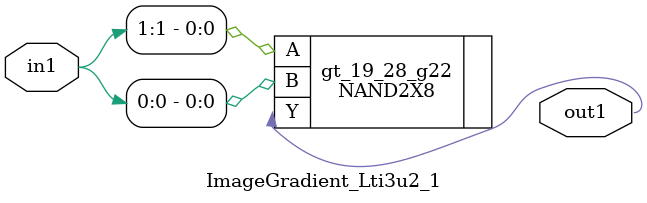
<source format=v>
`timescale 1ps / 1ps


module ImageGradient_Lti3u2_1(in1, out1);
  input [1:0] in1;
  output out1;
  wire [1:0] in1;
  wire out1;
  NAND2X8 gt_19_28_g22(.A (in1[1]), .B (in1[0]), .Y (out1));
endmodule


</source>
